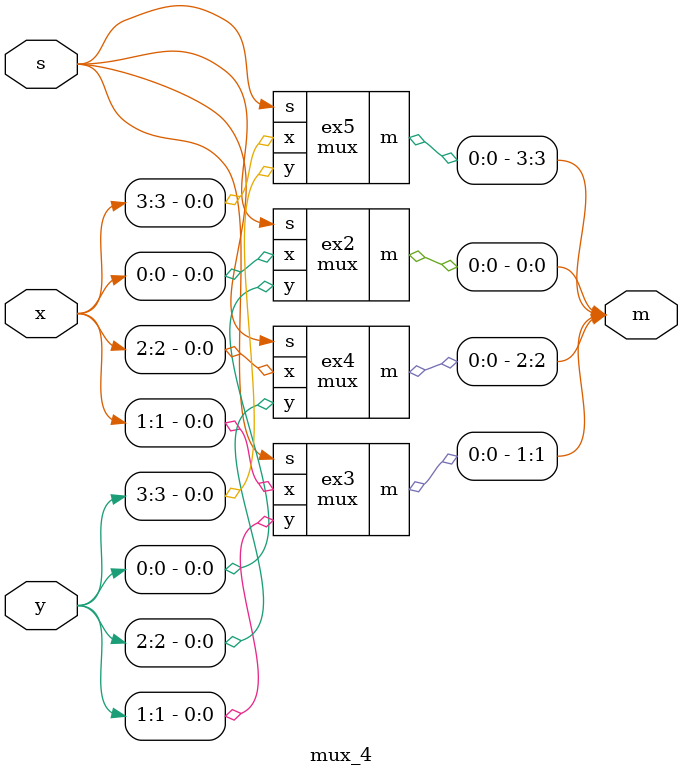
<source format=v>
module binary_BCD_4_bits_board(
										input [3:0] SW,
										output [3:0] LEDR,
										output [0:6] HEX0, output [0:6] HEX1);
										
		wire [3:0] m, f, k;
		
		
		assign LEDR = SW;
		
		circuit_a e1(SW[3:0], m[3:0]);
		comparator e2(SW[3:0], k[3:0]);
		mux_4 e3(SW[3:0], m[3:0], k[3:0], f[3:0]);
		binary_BCD_4_bits ex4(k[3:0], HEX1[0:6]);
		binary_BCD_4_bits ex5(f[3:0], HEX0[0:6]);
		
			
		
		
endmodule

module comparator(
	input [3:0] x,
	output reg [3:0] m);
	
	always @(*) 
		begin
			m = 4'd0;
			if (x[3:0] > 4'b1001) m = 4'd1;
		end		
	
endmodule

module binary_BCD_4_bits(
								input [3:0] x,
								output reg [0:6] h);

		always @(*)
		casex(x)
			4'd0: h=7'b0000001;
			4'd1: h=7'b1001111;
			4'd2: h=7'b0010010;
			4'd3: h=7'b0000110;
			4'd4: h=7'b1001100;
			4'd5: h=7'b0100100;
			4'd6: h=7'b0100000;
			4'd7: h=7'b0001111;
			4'd8: h=7'b0000000;
			4'd9: h=7'b0000100;
			default: h=7'b1111111;
		endcase
								
endmodule

module circuit_a (
						input [3:0] x,
						output [3:0] m);

		assign m = x - 4'd10;

		
endmodule

module mux(
	input x, y, s,
	output m);
	
	assign m = (~s&x)|(s&y);
	
endmodule

module mux_4(
	input [3:0] x, y, input s,
	output [3:0] m);
	
	mux ex2(x[0], y[0], s, m[0]);
	mux ex3(x[1], y[1], s, m[1]);
	mux ex4(x[2], y[2], s, m[2]);
	mux ex5(x[3], y[3], s, m[3]);	
	
endmodule



</source>
